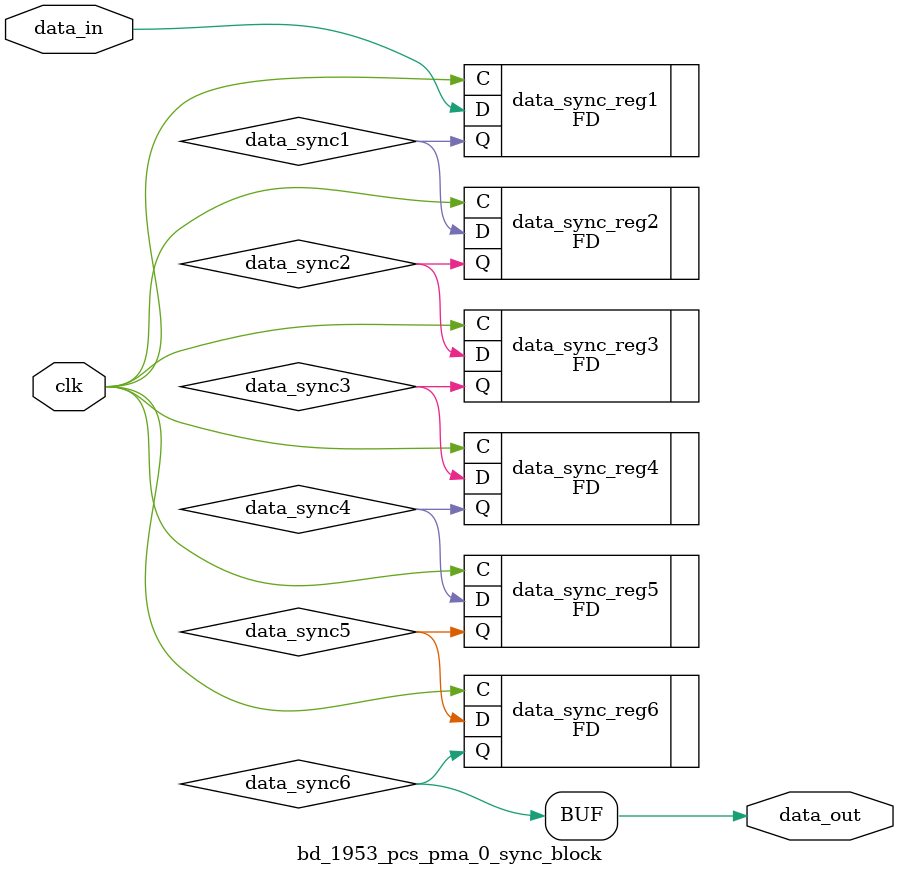
<source format=v>

`timescale 1ps / 1ps

module bd_1953_pcs_pma_0_sync_block #(
  parameter INITIALISE = 2'b00
)
(
  input        clk,              // clock to be sync'ed to
  input        data_in,          // Data to be 'synced'
  output       data_out          // synced data
);

  // Internal Signals
  wire data_sync1;
  wire data_sync2;
  wire data_sync3;
  wire data_sync4;
  wire data_sync5;
  wire data_sync6;


  (* shreg_extract = "no", ASYNC_REG = "TRUE" *)
  FD #(
    .INIT (INITIALISE[0])
  ) data_sync_reg1 (
    .C  (clk),
    .D  (data_in),
    .Q  (data_sync1)
  );


  (* shreg_extract = "no", ASYNC_REG = "TRUE" *)
  FD #(
   .INIT (INITIALISE[1])
  ) data_sync_reg2 (
  .C  (clk),
  .D  (data_sync1),
  .Q  (data_sync2)
  );


  (* shreg_extract = "no", ASYNC_REG = "TRUE" *)
  FD #(
   .INIT (INITIALISE[1])
  ) data_sync_reg3 (
  .C  (clk),
  .D  (data_sync2),
  .Q  (data_sync3)
  );

  (* shreg_extract = "no", ASYNC_REG = "TRUE" *)
  FD #(
   .INIT (INITIALISE[1])
  ) data_sync_reg4 (
  .C  (clk),
  .D  (data_sync3),
  .Q  (data_sync4)
  );

  (* shreg_extract = "no", ASYNC_REG = "TRUE" *)
  FD #(
   .INIT (INITIALISE[1])
  ) data_sync_reg5 (
  .C  (clk),
  .D  (data_sync4),
  .Q  (data_sync5)
  );

  (* shreg_extract = "no", ASYNC_REG = "TRUE" *)
  FD #(
   .INIT (INITIALISE[1])
  ) data_sync_reg6 (
  .C  (clk),
  .D  (data_sync5),
  .Q  (data_sync6)
  );
  assign data_out = data_sync6;


endmodule



</source>
